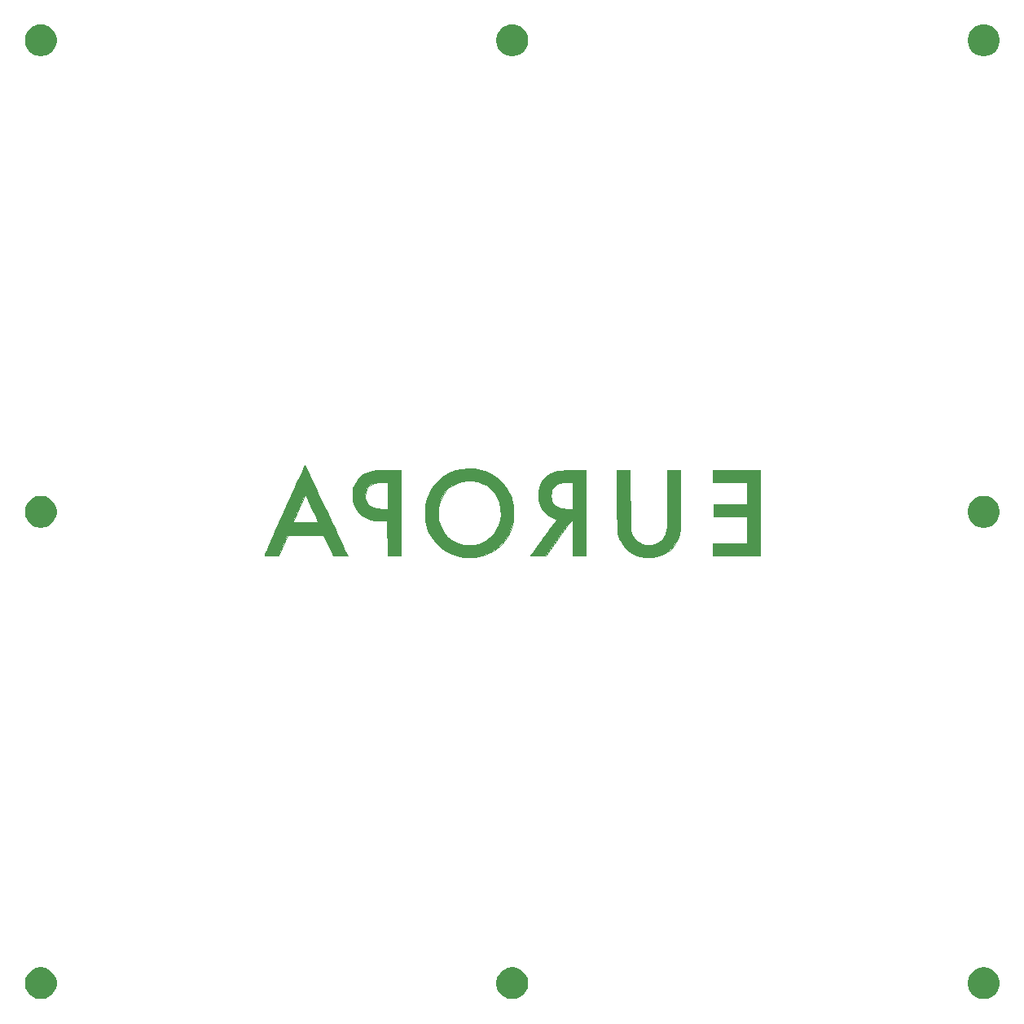
<source format=gbs>
G04 #@! TF.GenerationSoftware,KiCad,Pcbnew,(5.1.6)-1*
G04 #@! TF.CreationDate,2020-08-22T18:55:14+02:00*
G04 #@! TF.ProjectId,europa-bottom-plate,6575726f-7061-42d6-926f-74746f6d2d70,rev?*
G04 #@! TF.SameCoordinates,Original*
G04 #@! TF.FileFunction,Soldermask,Bot*
G04 #@! TF.FilePolarity,Negative*
%FSLAX46Y46*%
G04 Gerber Fmt 4.6, Leading zero omitted, Abs format (unit mm)*
G04 Created by KiCad (PCBNEW (5.1.6)-1) date 2020-08-22 18:55:14*
%MOMM*%
%LPD*%
G01*
G04 APERTURE LIST*
%ADD10C,0.010000*%
%ADD11C,0.100000*%
G04 APERTURE END LIST*
D10*
G36*
X137789087Y-92912719D02*
G01*
X137729238Y-93041264D01*
X137634806Y-93247561D01*
X137509164Y-93524077D01*
X137355681Y-93863280D01*
X137177730Y-94257638D01*
X136978681Y-94699619D01*
X136761905Y-95181691D01*
X136530773Y-95696320D01*
X136288657Y-96235975D01*
X136038928Y-96793124D01*
X135784957Y-97360234D01*
X135530114Y-97929773D01*
X135277771Y-98494209D01*
X135031300Y-99046010D01*
X134794070Y-99577643D01*
X134569454Y-100081575D01*
X134360823Y-100550276D01*
X134171546Y-100976212D01*
X134004997Y-101351851D01*
X133864545Y-101669661D01*
X133753562Y-101922110D01*
X133675419Y-102101665D01*
X133633487Y-102200795D01*
X133627267Y-102217383D01*
X133624473Y-102252632D01*
X133648083Y-102276778D01*
X133712848Y-102291414D01*
X133833515Y-102298132D01*
X134024834Y-102298525D01*
X134301554Y-102294185D01*
X134332918Y-102293583D01*
X135062785Y-102279450D01*
X135996617Y-100145850D01*
X139786138Y-100145850D01*
X140761792Y-102279450D01*
X141505015Y-102293498D01*
X142248239Y-102307546D01*
X142053740Y-101887098D01*
X141989739Y-101749511D01*
X141889841Y-101535768D01*
X141757609Y-101253443D01*
X141596609Y-100910113D01*
X141410404Y-100513353D01*
X141202558Y-100070739D01*
X140976637Y-99589846D01*
X140736204Y-99078251D01*
X140618336Y-98827528D01*
X139203650Y-98827528D01*
X139155074Y-98833677D01*
X139018236Y-98839203D01*
X138806475Y-98843874D01*
X138533129Y-98847459D01*
X138211535Y-98849726D01*
X137882850Y-98850450D01*
X137528516Y-98849867D01*
X137210097Y-98848225D01*
X136940932Y-98845684D01*
X136734359Y-98842405D01*
X136603716Y-98838547D01*
X136562050Y-98834603D01*
X136581891Y-98776379D01*
X136637347Y-98641144D01*
X136722323Y-98442464D01*
X136830724Y-98193905D01*
X136956453Y-97909032D01*
X137093414Y-97601409D01*
X137235511Y-97284603D01*
X137376648Y-96972179D01*
X137510729Y-96677701D01*
X137631659Y-96414735D01*
X137733340Y-96196847D01*
X137809678Y-96037601D01*
X137854576Y-95950563D01*
X137863578Y-95938355D01*
X137890492Y-95984078D01*
X137953110Y-96108744D01*
X138045137Y-96298784D01*
X138160279Y-96540627D01*
X138292243Y-96820703D01*
X138434733Y-97125442D01*
X138581457Y-97441275D01*
X138726119Y-97754632D01*
X138862426Y-98051941D01*
X138984083Y-98319633D01*
X139084797Y-98544139D01*
X139158274Y-98711887D01*
X139198218Y-98809309D01*
X139203650Y-98827528D01*
X140618336Y-98827528D01*
X140484824Y-98543528D01*
X140226061Y-97993254D01*
X139963480Y-97435004D01*
X139700644Y-96876354D01*
X139441118Y-96324879D01*
X139188466Y-95788156D01*
X138946253Y-95273760D01*
X138718044Y-94789266D01*
X138507401Y-94342251D01*
X138317890Y-93940289D01*
X138153075Y-93590957D01*
X138016520Y-93301831D01*
X137911790Y-93080485D01*
X137842449Y-92934496D01*
X137812061Y-92871440D01*
X137810983Y-92869458D01*
X137789087Y-92912719D01*
G37*
X137789087Y-92912719D02*
X137729238Y-93041264D01*
X137634806Y-93247561D01*
X137509164Y-93524077D01*
X137355681Y-93863280D01*
X137177730Y-94257638D01*
X136978681Y-94699619D01*
X136761905Y-95181691D01*
X136530773Y-95696320D01*
X136288657Y-96235975D01*
X136038928Y-96793124D01*
X135784957Y-97360234D01*
X135530114Y-97929773D01*
X135277771Y-98494209D01*
X135031300Y-99046010D01*
X134794070Y-99577643D01*
X134569454Y-100081575D01*
X134360823Y-100550276D01*
X134171546Y-100976212D01*
X134004997Y-101351851D01*
X133864545Y-101669661D01*
X133753562Y-101922110D01*
X133675419Y-102101665D01*
X133633487Y-102200795D01*
X133627267Y-102217383D01*
X133624473Y-102252632D01*
X133648083Y-102276778D01*
X133712848Y-102291414D01*
X133833515Y-102298132D01*
X134024834Y-102298525D01*
X134301554Y-102294185D01*
X134332918Y-102293583D01*
X135062785Y-102279450D01*
X135996617Y-100145850D01*
X139786138Y-100145850D01*
X140761792Y-102279450D01*
X141505015Y-102293498D01*
X142248239Y-102307546D01*
X142053740Y-101887098D01*
X141989739Y-101749511D01*
X141889841Y-101535768D01*
X141757609Y-101253443D01*
X141596609Y-100910113D01*
X141410404Y-100513353D01*
X141202558Y-100070739D01*
X140976637Y-99589846D01*
X140736204Y-99078251D01*
X140618336Y-98827528D01*
X139203650Y-98827528D01*
X139155074Y-98833677D01*
X139018236Y-98839203D01*
X138806475Y-98843874D01*
X138533129Y-98847459D01*
X138211535Y-98849726D01*
X137882850Y-98850450D01*
X137528516Y-98849867D01*
X137210097Y-98848225D01*
X136940932Y-98845684D01*
X136734359Y-98842405D01*
X136603716Y-98838547D01*
X136562050Y-98834603D01*
X136581891Y-98776379D01*
X136637347Y-98641144D01*
X136722323Y-98442464D01*
X136830724Y-98193905D01*
X136956453Y-97909032D01*
X137093414Y-97601409D01*
X137235511Y-97284603D01*
X137376648Y-96972179D01*
X137510729Y-96677701D01*
X137631659Y-96414735D01*
X137733340Y-96196847D01*
X137809678Y-96037601D01*
X137854576Y-95950563D01*
X137863578Y-95938355D01*
X137890492Y-95984078D01*
X137953110Y-96108744D01*
X138045137Y-96298784D01*
X138160279Y-96540627D01*
X138292243Y-96820703D01*
X138434733Y-97125442D01*
X138581457Y-97441275D01*
X138726119Y-97754632D01*
X138862426Y-98051941D01*
X138984083Y-98319633D01*
X139084797Y-98544139D01*
X139158274Y-98711887D01*
X139198218Y-98809309D01*
X139203650Y-98827528D01*
X140618336Y-98827528D01*
X140484824Y-98543528D01*
X140226061Y-97993254D01*
X139963480Y-97435004D01*
X139700644Y-96876354D01*
X139441118Y-96324879D01*
X139188466Y-95788156D01*
X138946253Y-95273760D01*
X138718044Y-94789266D01*
X138507401Y-94342251D01*
X138317890Y-93940289D01*
X138153075Y-93590957D01*
X138016520Y-93301831D01*
X137911790Y-93080485D01*
X137842449Y-92934496D01*
X137812061Y-92871440D01*
X137810983Y-92869458D01*
X137789087Y-92912719D01*
G36*
X146429950Y-93379865D02*
G01*
X146055188Y-93389403D01*
X145702344Y-93401548D01*
X145387692Y-93415495D01*
X145127504Y-93430435D01*
X144938056Y-93445563D01*
X144841747Y-93458612D01*
X144325399Y-93617545D01*
X143875279Y-93852553D01*
X143493315Y-94162022D01*
X143181432Y-94544337D01*
X142941558Y-94997882D01*
X142909097Y-95079284D01*
X142836729Y-95341203D01*
X142788164Y-95665194D01*
X142765847Y-96013999D01*
X142772224Y-96350359D01*
X142807539Y-96626625D01*
X142953809Y-97088645D01*
X143188026Y-97507342D01*
X143502867Y-97874708D01*
X143891013Y-98182732D01*
X144345144Y-98423404D01*
X144507067Y-98486263D01*
X144672659Y-98539907D01*
X144836365Y-98578742D01*
X145022915Y-98606235D01*
X145257041Y-98625851D01*
X145563473Y-98641059D01*
X145629850Y-98643658D01*
X146391850Y-98672650D01*
X146418534Y-102304850D01*
X147788850Y-102304850D01*
X147788850Y-94634050D01*
X146417250Y-94634050D01*
X146417250Y-97428050D01*
X145998150Y-97427167D01*
X145742876Y-97417045D01*
X145472680Y-97391315D01*
X145245071Y-97355492D01*
X145240531Y-97354537D01*
X144963113Y-97284449D01*
X144752951Y-97199669D01*
X144575723Y-97083370D01*
X144440885Y-96962518D01*
X144229519Y-96686915D01*
X144106760Y-96363236D01*
X144073723Y-96062622D01*
X144109967Y-95678215D01*
X144223497Y-95355445D01*
X144415546Y-95093394D01*
X144687346Y-94891146D01*
X145040130Y-94747783D01*
X145475130Y-94662390D01*
X145993581Y-94634050D01*
X146417250Y-94634050D01*
X147788850Y-94634050D01*
X147788850Y-93351403D01*
X146429950Y-93379865D01*
G37*
X146429950Y-93379865D02*
X146055188Y-93389403D01*
X145702344Y-93401548D01*
X145387692Y-93415495D01*
X145127504Y-93430435D01*
X144938056Y-93445563D01*
X144841747Y-93458612D01*
X144325399Y-93617545D01*
X143875279Y-93852553D01*
X143493315Y-94162022D01*
X143181432Y-94544337D01*
X142941558Y-94997882D01*
X142909097Y-95079284D01*
X142836729Y-95341203D01*
X142788164Y-95665194D01*
X142765847Y-96013999D01*
X142772224Y-96350359D01*
X142807539Y-96626625D01*
X142953809Y-97088645D01*
X143188026Y-97507342D01*
X143502867Y-97874708D01*
X143891013Y-98182732D01*
X144345144Y-98423404D01*
X144507067Y-98486263D01*
X144672659Y-98539907D01*
X144836365Y-98578742D01*
X145022915Y-98606235D01*
X145257041Y-98625851D01*
X145563473Y-98641059D01*
X145629850Y-98643658D01*
X146391850Y-98672650D01*
X146418534Y-102304850D01*
X147788850Y-102304850D01*
X147788850Y-94634050D01*
X146417250Y-94634050D01*
X146417250Y-97428050D01*
X145998150Y-97427167D01*
X145742876Y-97417045D01*
X145472680Y-97391315D01*
X145245071Y-97355492D01*
X145240531Y-97354537D01*
X144963113Y-97284449D01*
X144752951Y-97199669D01*
X144575723Y-97083370D01*
X144440885Y-96962518D01*
X144229519Y-96686915D01*
X144106760Y-96363236D01*
X144073723Y-96062622D01*
X144109967Y-95678215D01*
X144223497Y-95355445D01*
X144415546Y-95093394D01*
X144687346Y-94891146D01*
X145040130Y-94747783D01*
X145475130Y-94662390D01*
X145993581Y-94634050D01*
X146417250Y-94634050D01*
X147788850Y-94634050D01*
X147788850Y-93351403D01*
X146429950Y-93379865D01*
G36*
X154160238Y-93280369D02*
G01*
X153483176Y-93432587D01*
X152854785Y-93671718D01*
X152280547Y-93992860D01*
X151765947Y-94391113D01*
X151316470Y-94861575D01*
X150937598Y-95399345D01*
X150634817Y-95999522D01*
X150423478Y-96619937D01*
X150377438Y-96806881D01*
X150345394Y-96984226D01*
X150325046Y-97177145D01*
X150314094Y-97410810D01*
X150310238Y-97710394D01*
X150310177Y-97859850D01*
X150319362Y-98308327D01*
X150349065Y-98684108D01*
X150405293Y-99015053D01*
X150494052Y-99329024D01*
X150621349Y-99653882D01*
X150761637Y-99953895D01*
X151101361Y-100531810D01*
X151517249Y-101045646D01*
X152002329Y-101489727D01*
X152549628Y-101858378D01*
X153152176Y-102145922D01*
X153656250Y-102310310D01*
X153956057Y-102369785D01*
X154323278Y-102412308D01*
X154725288Y-102436756D01*
X155129464Y-102442006D01*
X155503179Y-102426938D01*
X155813809Y-102390427D01*
X155840650Y-102385456D01*
X156501111Y-102209311D01*
X157115746Y-101947639D01*
X157677294Y-101605808D01*
X158178493Y-101189187D01*
X158612082Y-100703145D01*
X158970798Y-100153051D01*
X159041537Y-100018850D01*
X159249641Y-99547979D01*
X159395002Y-99073686D01*
X159482183Y-98572352D01*
X159515750Y-98020360D01*
X159515711Y-98017478D01*
X158173836Y-98017478D01*
X158107478Y-98587411D01*
X157957228Y-99121912D01*
X157728233Y-99612945D01*
X157425638Y-100052476D01*
X157054589Y-100432468D01*
X156620232Y-100744886D01*
X156127714Y-100981695D01*
X155804302Y-101084702D01*
X155461341Y-101148068D01*
X155064871Y-101179375D01*
X154656574Y-101178056D01*
X154278136Y-101143541D01*
X154088821Y-101108105D01*
X153557701Y-100932773D01*
X153077534Y-100671998D01*
X152654421Y-100331499D01*
X152294459Y-99916996D01*
X152003749Y-99434207D01*
X151816657Y-98977450D01*
X151760620Y-98797950D01*
X151722240Y-98638008D01*
X151698137Y-98470334D01*
X151684932Y-98267636D01*
X151679245Y-98002624D01*
X151678257Y-97859850D01*
X151678630Y-97564927D01*
X151685145Y-97343718D01*
X151701278Y-97168371D01*
X151730510Y-97011033D01*
X151776317Y-96843852D01*
X151823736Y-96694972D01*
X152007111Y-96250178D01*
X152252129Y-95828019D01*
X152539789Y-95458354D01*
X152731657Y-95268234D01*
X153146760Y-94967429D01*
X153620450Y-94737102D01*
X154135085Y-94580562D01*
X154673020Y-94501120D01*
X155216610Y-94502088D01*
X155748213Y-94586776D01*
X155989972Y-94656801D01*
X156356073Y-94796591D01*
X156660032Y-94955896D01*
X156941243Y-95157821D01*
X157138975Y-95330710D01*
X157510457Y-95742974D01*
X157802824Y-96216591D01*
X158013342Y-96745918D01*
X158139279Y-97325315D01*
X158151155Y-97420148D01*
X158173836Y-98017478D01*
X159515711Y-98017478D01*
X159509960Y-97595519D01*
X159479927Y-97133111D01*
X159423562Y-96738257D01*
X159333165Y-96378636D01*
X159201038Y-96021925D01*
X159064714Y-95726250D01*
X158730766Y-95159098D01*
X158323293Y-94656251D01*
X157850663Y-94221881D01*
X157321246Y-93860164D01*
X156743413Y-93575273D01*
X156125533Y-93371382D01*
X155475976Y-93252666D01*
X154803112Y-93223297D01*
X154160238Y-93280369D01*
G37*
X154160238Y-93280369D02*
X153483176Y-93432587D01*
X152854785Y-93671718D01*
X152280547Y-93992860D01*
X151765947Y-94391113D01*
X151316470Y-94861575D01*
X150937598Y-95399345D01*
X150634817Y-95999522D01*
X150423478Y-96619937D01*
X150377438Y-96806881D01*
X150345394Y-96984226D01*
X150325046Y-97177145D01*
X150314094Y-97410810D01*
X150310238Y-97710394D01*
X150310177Y-97859850D01*
X150319362Y-98308327D01*
X150349065Y-98684108D01*
X150405293Y-99015053D01*
X150494052Y-99329024D01*
X150621349Y-99653882D01*
X150761637Y-99953895D01*
X151101361Y-100531810D01*
X151517249Y-101045646D01*
X152002329Y-101489727D01*
X152549628Y-101858378D01*
X153152176Y-102145922D01*
X153656250Y-102310310D01*
X153956057Y-102369785D01*
X154323278Y-102412308D01*
X154725288Y-102436756D01*
X155129464Y-102442006D01*
X155503179Y-102426938D01*
X155813809Y-102390427D01*
X155840650Y-102385456D01*
X156501111Y-102209311D01*
X157115746Y-101947639D01*
X157677294Y-101605808D01*
X158178493Y-101189187D01*
X158612082Y-100703145D01*
X158970798Y-100153051D01*
X159041537Y-100018850D01*
X159249641Y-99547979D01*
X159395002Y-99073686D01*
X159482183Y-98572352D01*
X159515750Y-98020360D01*
X159515711Y-98017478D01*
X158173836Y-98017478D01*
X158107478Y-98587411D01*
X157957228Y-99121912D01*
X157728233Y-99612945D01*
X157425638Y-100052476D01*
X157054589Y-100432468D01*
X156620232Y-100744886D01*
X156127714Y-100981695D01*
X155804302Y-101084702D01*
X155461341Y-101148068D01*
X155064871Y-101179375D01*
X154656574Y-101178056D01*
X154278136Y-101143541D01*
X154088821Y-101108105D01*
X153557701Y-100932773D01*
X153077534Y-100671998D01*
X152654421Y-100331499D01*
X152294459Y-99916996D01*
X152003749Y-99434207D01*
X151816657Y-98977450D01*
X151760620Y-98797950D01*
X151722240Y-98638008D01*
X151698137Y-98470334D01*
X151684932Y-98267636D01*
X151679245Y-98002624D01*
X151678257Y-97859850D01*
X151678630Y-97564927D01*
X151685145Y-97343718D01*
X151701278Y-97168371D01*
X151730510Y-97011033D01*
X151776317Y-96843852D01*
X151823736Y-96694972D01*
X152007111Y-96250178D01*
X152252129Y-95828019D01*
X152539789Y-95458354D01*
X152731657Y-95268234D01*
X153146760Y-94967429D01*
X153620450Y-94737102D01*
X154135085Y-94580562D01*
X154673020Y-94501120D01*
X155216610Y-94502088D01*
X155748213Y-94586776D01*
X155989972Y-94656801D01*
X156356073Y-94796591D01*
X156660032Y-94955896D01*
X156941243Y-95157821D01*
X157138975Y-95330710D01*
X157510457Y-95742974D01*
X157802824Y-96216591D01*
X158013342Y-96745918D01*
X158139279Y-97325315D01*
X158151155Y-97420148D01*
X158173836Y-98017478D01*
X159515711Y-98017478D01*
X159509960Y-97595519D01*
X159479927Y-97133111D01*
X159423562Y-96738257D01*
X159333165Y-96378636D01*
X159201038Y-96021925D01*
X159064714Y-95726250D01*
X158730766Y-95159098D01*
X158323293Y-94656251D01*
X157850663Y-94221881D01*
X157321246Y-93860164D01*
X156743413Y-93575273D01*
X156125533Y-93371382D01*
X155475976Y-93252666D01*
X154803112Y-93223297D01*
X154160238Y-93280369D01*
G36*
X165759350Y-93379760D02*
G01*
X165269246Y-93393938D01*
X164865603Y-93412201D01*
X164533295Y-93436908D01*
X164257199Y-93470419D01*
X164022188Y-93515094D01*
X163813139Y-93573292D01*
X163614927Y-93647373D01*
X163412427Y-93739697D01*
X163393847Y-93748798D01*
X162975517Y-94007603D01*
X162632227Y-94332975D01*
X162366957Y-94719859D01*
X162182686Y-95163200D01*
X162082395Y-95657941D01*
X162063650Y-96005649D01*
X162109808Y-96520106D01*
X162244529Y-96995252D01*
X162462184Y-97422860D01*
X162757146Y-97794701D01*
X163123787Y-98102549D01*
X163556477Y-98338176D01*
X163696735Y-98392983D01*
X163841886Y-98453837D01*
X163935653Y-98510304D01*
X163956634Y-98541383D01*
X163924999Y-98592179D01*
X163839658Y-98716039D01*
X163706967Y-98904077D01*
X163533278Y-99147407D01*
X163324946Y-99437145D01*
X163088325Y-99764406D01*
X162829768Y-100120304D01*
X162710825Y-100283499D01*
X162439996Y-100654851D01*
X162184044Y-101006047D01*
X161950031Y-101327382D01*
X161745016Y-101609150D01*
X161576059Y-101841647D01*
X161450221Y-102015167D01*
X161374561Y-102120005D01*
X161360483Y-102139750D01*
X161243932Y-102304850D01*
X162901850Y-102303712D01*
X164171850Y-100477550D01*
X164488427Y-100023624D01*
X164752997Y-99647434D01*
X164970441Y-99342537D01*
X165145638Y-99102486D01*
X165283469Y-98920837D01*
X165388812Y-98791145D01*
X165466549Y-98706966D01*
X165521558Y-98661855D01*
X165556150Y-98649318D01*
X165670450Y-98647250D01*
X165670450Y-102304850D01*
X167042050Y-102304850D01*
X167042050Y-97494197D01*
X165670450Y-97494197D01*
X165175150Y-97463127D01*
X164925832Y-97441020D01*
X164682685Y-97408490D01*
X164485190Y-97371200D01*
X164425850Y-97355632D01*
X164073698Y-97209912D01*
X163783153Y-97007783D01*
X163570859Y-96761122D01*
X163554002Y-96733491D01*
X163483317Y-96602742D01*
X163440295Y-96483919D01*
X163418245Y-96344410D01*
X163410474Y-96151602D01*
X163409850Y-96031050D01*
X163426139Y-95705310D01*
X163481570Y-95453090D01*
X163585995Y-95250623D01*
X163749262Y-95074144D01*
X163835666Y-95003652D01*
X164058238Y-94863992D01*
X164319799Y-94762540D01*
X164639204Y-94694096D01*
X165035307Y-94653460D01*
X165124350Y-94648267D01*
X165670450Y-94619661D01*
X165670450Y-97494197D01*
X167042050Y-97494197D01*
X167042050Y-93348974D01*
X165759350Y-93379760D01*
G37*
X165759350Y-93379760D02*
X165269246Y-93393938D01*
X164865603Y-93412201D01*
X164533295Y-93436908D01*
X164257199Y-93470419D01*
X164022188Y-93515094D01*
X163813139Y-93573292D01*
X163614927Y-93647373D01*
X163412427Y-93739697D01*
X163393847Y-93748798D01*
X162975517Y-94007603D01*
X162632227Y-94332975D01*
X162366957Y-94719859D01*
X162182686Y-95163200D01*
X162082395Y-95657941D01*
X162063650Y-96005649D01*
X162109808Y-96520106D01*
X162244529Y-96995252D01*
X162462184Y-97422860D01*
X162757146Y-97794701D01*
X163123787Y-98102549D01*
X163556477Y-98338176D01*
X163696735Y-98392983D01*
X163841886Y-98453837D01*
X163935653Y-98510304D01*
X163956634Y-98541383D01*
X163924999Y-98592179D01*
X163839658Y-98716039D01*
X163706967Y-98904077D01*
X163533278Y-99147407D01*
X163324946Y-99437145D01*
X163088325Y-99764406D01*
X162829768Y-100120304D01*
X162710825Y-100283499D01*
X162439996Y-100654851D01*
X162184044Y-101006047D01*
X161950031Y-101327382D01*
X161745016Y-101609150D01*
X161576059Y-101841647D01*
X161450221Y-102015167D01*
X161374561Y-102120005D01*
X161360483Y-102139750D01*
X161243932Y-102304850D01*
X162901850Y-102303712D01*
X164171850Y-100477550D01*
X164488427Y-100023624D01*
X164752997Y-99647434D01*
X164970441Y-99342537D01*
X165145638Y-99102486D01*
X165283469Y-98920837D01*
X165388812Y-98791145D01*
X165466549Y-98706966D01*
X165521558Y-98661855D01*
X165556150Y-98649318D01*
X165670450Y-98647250D01*
X165670450Y-102304850D01*
X167042050Y-102304850D01*
X167042050Y-97494197D01*
X165670450Y-97494197D01*
X165175150Y-97463127D01*
X164925832Y-97441020D01*
X164682685Y-97408490D01*
X164485190Y-97371200D01*
X164425850Y-97355632D01*
X164073698Y-97209912D01*
X163783153Y-97007783D01*
X163570859Y-96761122D01*
X163554002Y-96733491D01*
X163483317Y-96602742D01*
X163440295Y-96483919D01*
X163418245Y-96344410D01*
X163410474Y-96151602D01*
X163409850Y-96031050D01*
X163426139Y-95705310D01*
X163481570Y-95453090D01*
X163585995Y-95250623D01*
X163749262Y-95074144D01*
X163835666Y-95003652D01*
X164058238Y-94863992D01*
X164319799Y-94762540D01*
X164639204Y-94694096D01*
X165035307Y-94653460D01*
X165124350Y-94648267D01*
X165670450Y-94619661D01*
X165670450Y-97494197D01*
X167042050Y-97494197D01*
X167042050Y-93348974D01*
X165759350Y-93379760D01*
G36*
X170254715Y-96577150D02*
G01*
X170258445Y-97254021D01*
X170262096Y-97837777D01*
X170266438Y-98336900D01*
X170272242Y-98759871D01*
X170280279Y-99115171D01*
X170291318Y-99411282D01*
X170306131Y-99656685D01*
X170325488Y-99859862D01*
X170350160Y-100029295D01*
X170380917Y-100173463D01*
X170418529Y-100300850D01*
X170463768Y-100419937D01*
X170517404Y-100539204D01*
X170580207Y-100667134D01*
X170636479Y-100779239D01*
X170904368Y-101205414D01*
X171252545Y-101587631D01*
X171664764Y-101913620D01*
X172124781Y-102171109D01*
X172616351Y-102347827D01*
X172757050Y-102381082D01*
X173111323Y-102431013D01*
X173515260Y-102449357D01*
X173923279Y-102436194D01*
X174289803Y-102391606D01*
X174357250Y-102378254D01*
X174872988Y-102217502D01*
X175350149Y-101970548D01*
X175778325Y-101647849D01*
X176147107Y-101259861D01*
X176446086Y-100817041D01*
X176664855Y-100329846D01*
X176766851Y-99957491D01*
X176783764Y-99861132D01*
X176798179Y-99745861D01*
X176810283Y-99603451D01*
X176820265Y-99425672D01*
X176828311Y-99204298D01*
X176834609Y-98931099D01*
X176839348Y-98597847D01*
X176842713Y-98196315D01*
X176844894Y-97718273D01*
X176846077Y-97155494D01*
X176846450Y-96499749D01*
X176846450Y-93364050D01*
X175474850Y-93364050D01*
X175474850Y-96384149D01*
X175473891Y-97139033D01*
X175470996Y-97793709D01*
X175466142Y-98349552D01*
X175459305Y-98807936D01*
X175450461Y-99170236D01*
X175439586Y-99437825D01*
X175426656Y-99612078D01*
X175417682Y-99673449D01*
X175279221Y-100101053D01*
X175059518Y-100468635D01*
X174761299Y-100772673D01*
X174387289Y-101009647D01*
X174381543Y-101012464D01*
X174228261Y-101082386D01*
X174094440Y-101126265D01*
X173947561Y-101150067D01*
X173755109Y-101159754D01*
X173569850Y-101161338D01*
X173322213Y-101158411D01*
X173142498Y-101145065D01*
X172997126Y-101115340D01*
X172852518Y-101063271D01*
X172742724Y-101014482D01*
X172406966Y-100808985D01*
X172110246Y-100530076D01*
X171875683Y-100202624D01*
X171761178Y-99958721D01*
X171642701Y-99637850D01*
X171609033Y-93364050D01*
X170922967Y-93364050D01*
X170236902Y-93364049D01*
X170254715Y-96577150D01*
G37*
X170254715Y-96577150D02*
X170258445Y-97254021D01*
X170262096Y-97837777D01*
X170266438Y-98336900D01*
X170272242Y-98759871D01*
X170280279Y-99115171D01*
X170291318Y-99411282D01*
X170306131Y-99656685D01*
X170325488Y-99859862D01*
X170350160Y-100029295D01*
X170380917Y-100173463D01*
X170418529Y-100300850D01*
X170463768Y-100419937D01*
X170517404Y-100539204D01*
X170580207Y-100667134D01*
X170636479Y-100779239D01*
X170904368Y-101205414D01*
X171252545Y-101587631D01*
X171664764Y-101913620D01*
X172124781Y-102171109D01*
X172616351Y-102347827D01*
X172757050Y-102381082D01*
X173111323Y-102431013D01*
X173515260Y-102449357D01*
X173923279Y-102436194D01*
X174289803Y-102391606D01*
X174357250Y-102378254D01*
X174872988Y-102217502D01*
X175350149Y-101970548D01*
X175778325Y-101647849D01*
X176147107Y-101259861D01*
X176446086Y-100817041D01*
X176664855Y-100329846D01*
X176766851Y-99957491D01*
X176783764Y-99861132D01*
X176798179Y-99745861D01*
X176810283Y-99603451D01*
X176820265Y-99425672D01*
X176828311Y-99204298D01*
X176834609Y-98931099D01*
X176839348Y-98597847D01*
X176842713Y-98196315D01*
X176844894Y-97718273D01*
X176846077Y-97155494D01*
X176846450Y-96499749D01*
X176846450Y-93364050D01*
X175474850Y-93364050D01*
X175474850Y-96384149D01*
X175473891Y-97139033D01*
X175470996Y-97793709D01*
X175466142Y-98349552D01*
X175459305Y-98807936D01*
X175450461Y-99170236D01*
X175439586Y-99437825D01*
X175426656Y-99612078D01*
X175417682Y-99673449D01*
X175279221Y-100101053D01*
X175059518Y-100468635D01*
X174761299Y-100772673D01*
X174387289Y-101009647D01*
X174381543Y-101012464D01*
X174228261Y-101082386D01*
X174094440Y-101126265D01*
X173947561Y-101150067D01*
X173755109Y-101159754D01*
X173569850Y-101161338D01*
X173322213Y-101158411D01*
X173142498Y-101145065D01*
X172997126Y-101115340D01*
X172852518Y-101063271D01*
X172742724Y-101014482D01*
X172406966Y-100808985D01*
X172110246Y-100530076D01*
X171875683Y-100202624D01*
X171761178Y-99958721D01*
X171642701Y-99637850D01*
X171609033Y-93364050D01*
X170922967Y-93364050D01*
X170236902Y-93364049D01*
X170254715Y-96577150D01*
G36*
X180199250Y-94684850D02*
G01*
X183755250Y-94684850D01*
X183755250Y-96920050D01*
X180300850Y-96920050D01*
X180300850Y-98190050D01*
X183755250Y-98190050D01*
X183755250Y-100984050D01*
X180199250Y-100984050D01*
X180199250Y-102304850D01*
X185126850Y-102304850D01*
X185126850Y-93364050D01*
X180199250Y-93364050D01*
X180199250Y-94684850D01*
G37*
X180199250Y-94684850D02*
X183755250Y-94684850D01*
X183755250Y-96920050D01*
X180300850Y-96920050D01*
X180300850Y-98190050D01*
X183755250Y-98190050D01*
X183755250Y-100984050D01*
X180199250Y-100984050D01*
X180199250Y-102304850D01*
X185126850Y-102304850D01*
X185126850Y-93364050D01*
X180199250Y-93364050D01*
X180199250Y-94684850D01*
D11*
G36*
X208746506Y-145118798D02*
G01*
X208852829Y-145139947D01*
X209153292Y-145264403D01*
X209423701Y-145445085D01*
X209653665Y-145675049D01*
X209834347Y-145945458D01*
X209958803Y-146245921D01*
X210022250Y-146564891D01*
X210022250Y-146890109D01*
X209958803Y-147209079D01*
X209834347Y-147509542D01*
X209653665Y-147779951D01*
X209423701Y-148009915D01*
X209153292Y-148190597D01*
X208852829Y-148315053D01*
X208746506Y-148336202D01*
X208533861Y-148378500D01*
X208208639Y-148378500D01*
X207995994Y-148336202D01*
X207889671Y-148315053D01*
X207589208Y-148190597D01*
X207318799Y-148009915D01*
X207088835Y-147779951D01*
X206908153Y-147509542D01*
X206783697Y-147209079D01*
X206720250Y-146890109D01*
X206720250Y-146564891D01*
X206783697Y-146245921D01*
X206908153Y-145945458D01*
X207088835Y-145675049D01*
X207318799Y-145445085D01*
X207589208Y-145264403D01*
X207889671Y-145139947D01*
X207995994Y-145118798D01*
X208208639Y-145076500D01*
X208533861Y-145076500D01*
X208746506Y-145118798D01*
G37*
G36*
X159746506Y-145118798D02*
G01*
X159852829Y-145139947D01*
X160153292Y-145264403D01*
X160423701Y-145445085D01*
X160653665Y-145675049D01*
X160834347Y-145945458D01*
X160958803Y-146245921D01*
X161022250Y-146564891D01*
X161022250Y-146890109D01*
X160958803Y-147209079D01*
X160834347Y-147509542D01*
X160653665Y-147779951D01*
X160423701Y-148009915D01*
X160153292Y-148190597D01*
X159852829Y-148315053D01*
X159746506Y-148336202D01*
X159533861Y-148378500D01*
X159208639Y-148378500D01*
X158995994Y-148336202D01*
X158889671Y-148315053D01*
X158589208Y-148190597D01*
X158318799Y-148009915D01*
X158088835Y-147779951D01*
X157908153Y-147509542D01*
X157783697Y-147209079D01*
X157720250Y-146890109D01*
X157720250Y-146564891D01*
X157783697Y-146245921D01*
X157908153Y-145945458D01*
X158088835Y-145675049D01*
X158318799Y-145445085D01*
X158589208Y-145264403D01*
X158889671Y-145139947D01*
X158995994Y-145118798D01*
X159208639Y-145076500D01*
X159533861Y-145076500D01*
X159746506Y-145118798D01*
G37*
G36*
X110746506Y-145118798D02*
G01*
X110852829Y-145139947D01*
X111153292Y-145264403D01*
X111423701Y-145445085D01*
X111653665Y-145675049D01*
X111834347Y-145945458D01*
X111958803Y-146245921D01*
X112022250Y-146564891D01*
X112022250Y-146890109D01*
X111958803Y-147209079D01*
X111834347Y-147509542D01*
X111653665Y-147779951D01*
X111423701Y-148009915D01*
X111153292Y-148190597D01*
X110852829Y-148315053D01*
X110746506Y-148336202D01*
X110533861Y-148378500D01*
X110208639Y-148378500D01*
X109995994Y-148336202D01*
X109889671Y-148315053D01*
X109589208Y-148190597D01*
X109318799Y-148009915D01*
X109088835Y-147779951D01*
X108908153Y-147509542D01*
X108783697Y-147209079D01*
X108720250Y-146890109D01*
X108720250Y-146564891D01*
X108783697Y-146245921D01*
X108908153Y-145945458D01*
X109088835Y-145675049D01*
X109318799Y-145445085D01*
X109589208Y-145264403D01*
X109889671Y-145139947D01*
X109995994Y-145118798D01*
X110208639Y-145076500D01*
X110533861Y-145076500D01*
X110746506Y-145118798D01*
G37*
G36*
X208746506Y-96118798D02*
G01*
X208852829Y-96139947D01*
X209153292Y-96264403D01*
X209423701Y-96445085D01*
X209653665Y-96675049D01*
X209834347Y-96945458D01*
X209958803Y-97245921D01*
X210022250Y-97564891D01*
X210022250Y-97890109D01*
X209958803Y-98209079D01*
X209834347Y-98509542D01*
X209653665Y-98779951D01*
X209423701Y-99009915D01*
X209153292Y-99190597D01*
X208852829Y-99315053D01*
X208746506Y-99336202D01*
X208533861Y-99378500D01*
X208208639Y-99378500D01*
X207995994Y-99336202D01*
X207889671Y-99315053D01*
X207589208Y-99190597D01*
X207318799Y-99009915D01*
X207088835Y-98779951D01*
X206908153Y-98509542D01*
X206783697Y-98209079D01*
X206720250Y-97890109D01*
X206720250Y-97564891D01*
X206783697Y-97245921D01*
X206908153Y-96945458D01*
X207088835Y-96675049D01*
X207318799Y-96445085D01*
X207589208Y-96264403D01*
X207889671Y-96139947D01*
X207995994Y-96118798D01*
X208208639Y-96076500D01*
X208533861Y-96076500D01*
X208746506Y-96118798D01*
G37*
G36*
X110746506Y-96118798D02*
G01*
X110852829Y-96139947D01*
X111153292Y-96264403D01*
X111423701Y-96445085D01*
X111653665Y-96675049D01*
X111834347Y-96945458D01*
X111958803Y-97245921D01*
X112022250Y-97564891D01*
X112022250Y-97890109D01*
X111958803Y-98209079D01*
X111834347Y-98509542D01*
X111653665Y-98779951D01*
X111423701Y-99009915D01*
X111153292Y-99190597D01*
X110852829Y-99315053D01*
X110746506Y-99336202D01*
X110533861Y-99378500D01*
X110208639Y-99378500D01*
X109995994Y-99336202D01*
X109889671Y-99315053D01*
X109589208Y-99190597D01*
X109318799Y-99009915D01*
X109088835Y-98779951D01*
X108908153Y-98509542D01*
X108783697Y-98209079D01*
X108720250Y-97890109D01*
X108720250Y-97564891D01*
X108783697Y-97245921D01*
X108908153Y-96945458D01*
X109088835Y-96675049D01*
X109318799Y-96445085D01*
X109589208Y-96264403D01*
X109889671Y-96139947D01*
X109995994Y-96118798D01*
X110208639Y-96076500D01*
X110533861Y-96076500D01*
X110746506Y-96118798D01*
G37*
G36*
X208746506Y-47118798D02*
G01*
X208852829Y-47139947D01*
X209153292Y-47264403D01*
X209423701Y-47445085D01*
X209653665Y-47675049D01*
X209834347Y-47945458D01*
X209958803Y-48245921D01*
X210022250Y-48564891D01*
X210022250Y-48890109D01*
X209958803Y-49209079D01*
X209834347Y-49509542D01*
X209653665Y-49779951D01*
X209423701Y-50009915D01*
X209153292Y-50190597D01*
X208852829Y-50315053D01*
X208746506Y-50336202D01*
X208533861Y-50378500D01*
X208208639Y-50378500D01*
X207995994Y-50336202D01*
X207889671Y-50315053D01*
X207589208Y-50190597D01*
X207318799Y-50009915D01*
X207088835Y-49779951D01*
X206908153Y-49509542D01*
X206783697Y-49209079D01*
X206720250Y-48890109D01*
X206720250Y-48564891D01*
X206783697Y-48245921D01*
X206908153Y-47945458D01*
X207088835Y-47675049D01*
X207318799Y-47445085D01*
X207589208Y-47264403D01*
X207889671Y-47139947D01*
X207995994Y-47118798D01*
X208208639Y-47076500D01*
X208533861Y-47076500D01*
X208746506Y-47118798D01*
G37*
G36*
X159746506Y-47118798D02*
G01*
X159852829Y-47139947D01*
X160153292Y-47264403D01*
X160423701Y-47445085D01*
X160653665Y-47675049D01*
X160834347Y-47945458D01*
X160958803Y-48245921D01*
X161022250Y-48564891D01*
X161022250Y-48890109D01*
X160958803Y-49209079D01*
X160834347Y-49509542D01*
X160653665Y-49779951D01*
X160423701Y-50009915D01*
X160153292Y-50190597D01*
X159852829Y-50315053D01*
X159746506Y-50336202D01*
X159533861Y-50378500D01*
X159208639Y-50378500D01*
X158995994Y-50336202D01*
X158889671Y-50315053D01*
X158589208Y-50190597D01*
X158318799Y-50009915D01*
X158088835Y-49779951D01*
X157908153Y-49509542D01*
X157783697Y-49209079D01*
X157720250Y-48890109D01*
X157720250Y-48564891D01*
X157783697Y-48245921D01*
X157908153Y-47945458D01*
X158088835Y-47675049D01*
X158318799Y-47445085D01*
X158589208Y-47264403D01*
X158889671Y-47139947D01*
X158995994Y-47118798D01*
X159208639Y-47076500D01*
X159533861Y-47076500D01*
X159746506Y-47118798D01*
G37*
G36*
X110746506Y-47118798D02*
G01*
X110852829Y-47139947D01*
X111153292Y-47264403D01*
X111423701Y-47445085D01*
X111653665Y-47675049D01*
X111834347Y-47945458D01*
X111958803Y-48245921D01*
X112022250Y-48564891D01*
X112022250Y-48890109D01*
X111958803Y-49209079D01*
X111834347Y-49509542D01*
X111653665Y-49779951D01*
X111423701Y-50009915D01*
X111153292Y-50190597D01*
X110852829Y-50315053D01*
X110746506Y-50336202D01*
X110533861Y-50378500D01*
X110208639Y-50378500D01*
X109995994Y-50336202D01*
X109889671Y-50315053D01*
X109589208Y-50190597D01*
X109318799Y-50009915D01*
X109088835Y-49779951D01*
X108908153Y-49509542D01*
X108783697Y-49209079D01*
X108720250Y-48890109D01*
X108720250Y-48564891D01*
X108783697Y-48245921D01*
X108908153Y-47945458D01*
X109088835Y-47675049D01*
X109318799Y-47445085D01*
X109589208Y-47264403D01*
X109889671Y-47139947D01*
X109995994Y-47118798D01*
X110208639Y-47076500D01*
X110533861Y-47076500D01*
X110746506Y-47118798D01*
G37*
M02*

</source>
